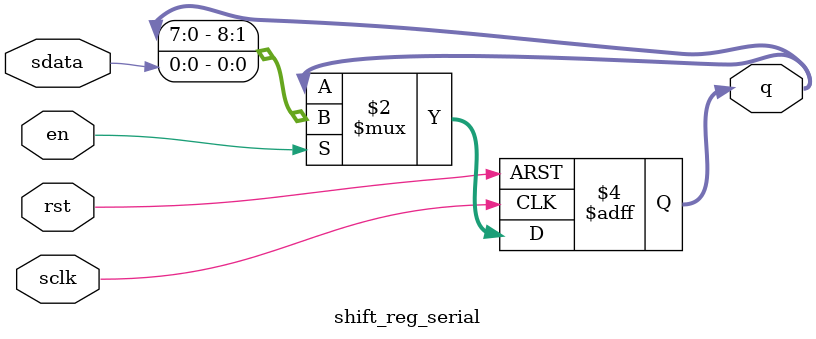
<source format=v>
module shift_reg_serial (
    input  wire sclk,     // Serial clock
    input  wire rst,    // Active-high reset
    input  wire en,       // Enable shifting
    input  wire sdata,    // Serial data in (MSB first)
    output reg  [8:0] q   // Parallel output
);

    always @(posedge sclk or posedge rst) begin
        if (rst)
            q <= 9'd0;
        else if (en)
            q <= {q[7:0], sdata}; // Shift left, insert LSB
    end

endmodule

//======================================================================
// Serial-to-Parallel 9-bit Shift Register
//======================================================================


</source>
